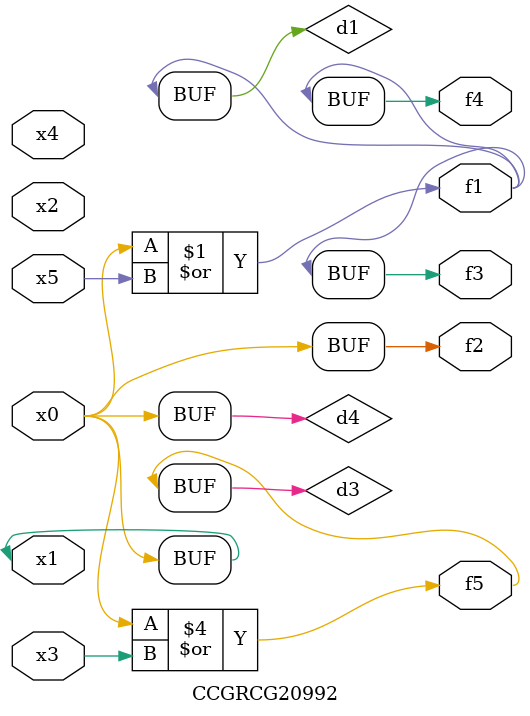
<source format=v>
module CCGRCG20992(
	input x0, x1, x2, x3, x4, x5,
	output f1, f2, f3, f4, f5
);

	wire d1, d2, d3, d4;

	or (d1, x0, x5);
	xnor (d2, x1, x4);
	or (d3, x0, x3);
	buf (d4, x0, x1);
	assign f1 = d1;
	assign f2 = d4;
	assign f3 = d1;
	assign f4 = d1;
	assign f5 = d3;
endmodule

</source>
